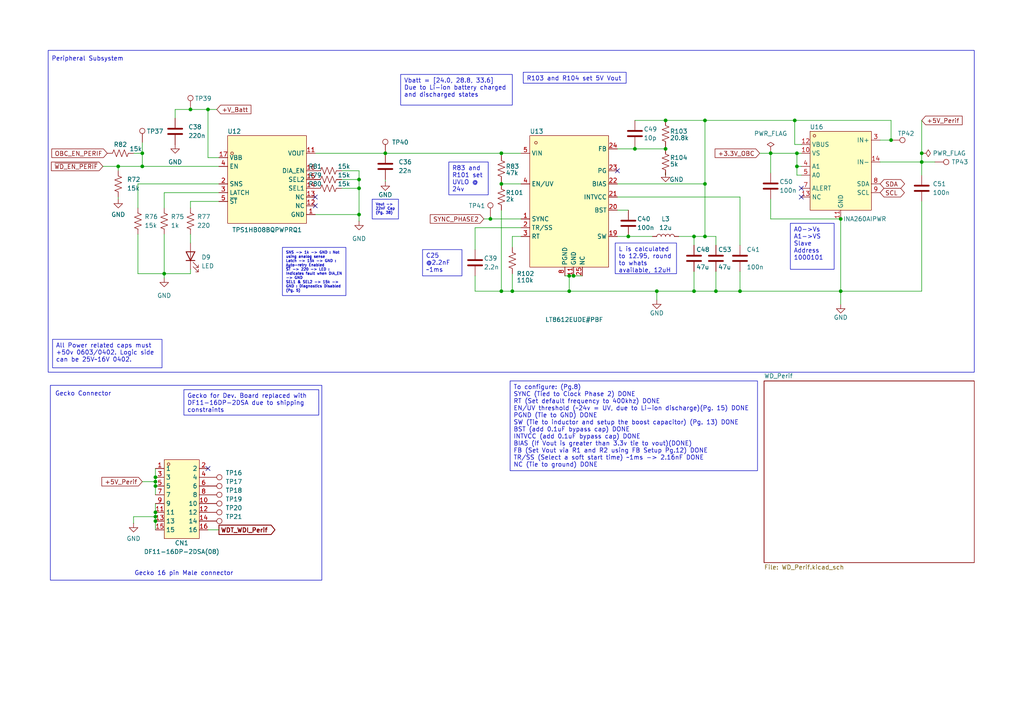
<source format=kicad_sch>
(kicad_sch (version 20250114) (generator "eeschema") (generator_version "9.0")
  (paper "A4")
  (lib_symbols
    (symbol "Connector:TestPoint" (pin_numbers (hide yes)) (pin_names (offset 0.762) (hide yes))
      (property "Reference" "TP" (at 0 6.858 0))
      (property "Value" "TestPoint" (at 0 5.08 0))
      (symbol "TestPoint_0_1"
        (circle (center 0 3.302) (radius 0.762))
      )
      (symbol "TestPoint_1_1"
        (pin passive line (at 0 0 90) (length 2.54) (name "1") (number "1"))
      )
    )
    (symbol "Device:C" (pin_numbers (hide yes)) (pin_names (offset 0.254))
      (property "Reference" "C" (at 0.635 2.54 0))
      (property "Value" "C" (at 0.635 -2.54 0))
      (symbol "C_0_1"
        (polyline (pts (xy -2.032 0.762) (xy 2.032 0.762)) (stroke (width 0.508)))
        (polyline (pts (xy -2.032 -0.762) (xy 2.032 -0.762)) (stroke (width 0.508)))
      )
      (symbol "C_1_1"
        (pin passive line (at 0 3.81 270) (length 2.794) (name "~") (number "1"))
        (pin passive line (at 0 -3.81 90) (length 2.794) (name "~") (number "2"))
      )
    )
    (symbol "Device:L" (pin_numbers (hide yes)) (pin_names (offset 1.016) (hide yes))
      (property "Reference" "L" (at -1.27 0 90))
      (property "Value" "L" (at 1.905 0 90))
      (symbol "L_0_1"
        (arc (start 0 2.54) (mid 0.6323 1.905) (end 0 1.27))
        (arc (start 0 1.27) (mid 0.6323 0.635) (end 0 0))
        (arc (start 0 0) (mid 0.6323 -0.635) (end 0 -1.27))
        (arc (start 0 -1.27) (mid 0.6323 -1.905) (end 0 -2.54))
      )
      (symbol "L_1_1"
        (pin passive line (at 0 3.81 270) (length 1.27) (name "1") (number "1"))
        (pin passive line (at 0 -3.81 90) (length 1.27) (name "2") (number "2"))
      )
    )
    (symbol "Device:LED" (pin_numbers (hide yes)) (pin_names (offset 1.016) (hide yes))
      (property "Reference" "D" (at 0 2.54 0))
      (property "Value" "LED" (at 0 -2.54 0))
      (symbol "LED_0_1"
        (polyline (pts (xy -3.048 -0.762) (xy -4.572 -2.286) (xy -3.81 -2.286) (xy -4.572 -2.286) (xy -4.572 -1.524)))
        (polyline (pts (xy -1.778 -0.762) (xy -3.302 -2.286) (xy -2.54 -2.286) (xy -3.302 -2.286) (xy -3.302 -1.524)))
        (polyline (pts (xy -1.27 0) (xy 1.27 0)))
        (polyline (pts (xy -1.27 -1.27) (xy -1.27 1.27)) (stroke (width 0.254)))
        (polyline (pts (xy 1.27 -1.27) (xy 1.27 1.27) (xy -1.27 0) (xy 1.27 -1.27)) (stroke (width 0.254)))
      )
      (symbol "LED_1_1"
        (pin passive line (at -3.81 0 0) (length 2.54) (name "K") (number "1"))
        (pin passive line (at 3.81 0 180) (length 2.54) (name "A") (number "2"))
      )
    )
    (symbol "Device:R_US" (pin_numbers (hide yes)) (pin_names (offset 0))
      (property "Reference" "R" (at 2.54 0 90))
      (property "Value" "R_US" (at -2.54 0 90))
      (symbol "R_US_0_1"
        (polyline (pts (xy 0 2.286) (xy 0 2.54)))
        (polyline (pts (xy 0 2.286) (xy 1.016 1.905) (xy 0 1.524) (xy -1.016 1.143) (xy 0 0.762)))
        (polyline (pts (xy 0 0.762) (xy 1.016 0.381) (xy 0 0) (xy -1.016 -0.381) (xy 0 -0.762)))
        (polyline (pts (xy 0 -0.762) (xy 1.016 -1.143) (xy 0 -1.524) (xy -1.016 -1.905) (xy 0 -2.286)))
        (polyline (pts (xy 0 -2.286) (xy 0 -2.54)))
      )
      (symbol "R_US_1_1"
        (pin passive line (at 0 3.81 270) (length 1.27) (name "~") (number "1"))
        (pin passive line (at 0 -3.81 90) (length 1.27) (name "~") (number "2"))
      )
    )
    (symbol "EPS:DF11-16DP-2DSA(08)"
      (property "Reference" "CN" (at 0 13.97 0))
      (property "Value" "DF11-16DP-2DSA(08)" (at 0 -13.97 0))
      (symbol "DF11-16DP-2DSA(08)_0_1"
        (rectangle (start -5.08 11.43) (end 5.08 -11.43) (fill (type background)))
        (circle (center -3.81 10.16) (radius 0.38))
        (pin unspecified line (at -7.62 8.89 0) (length 2.54) (name "1") (number "1"))
        (pin unspecified line (at -7.62 6.35 0) (length 2.54) (name "3") (number "3"))
        (pin unspecified line (at -7.62 3.81 0) (length 2.54) (name "5") (number "5"))
        (pin unspecified line (at -7.62 1.27 0) (length 2.54) (name "7") (number "7"))
        (pin unspecified line (at -7.62 -1.27 0) (length 2.54) (name "9") (number "9"))
        (pin unspecified line (at -7.62 -3.81 0) (length 2.54) (name "11") (number "11"))
        (pin unspecified line (at -7.62 -6.35 0) (length 2.54) (name "13") (number "13"))
        (pin unspecified line (at -7.62 -8.89 0) (length 2.54) (name "15") (number "15"))
        (pin unspecified line (at 7.62 8.89 180) (length 2.54) (name "2") (number "2"))
        (pin unspecified line (at 7.62 6.35 180) (length 2.54) (name "4") (number "4"))
        (pin unspecified line (at 7.62 3.81 180) (length 2.54) (name "6") (number "6"))
        (pin unspecified line (at 7.62 1.27 180) (length 2.54) (name "8") (number "8"))
        (pin unspecified line (at 7.62 -1.27 180) (length 2.54) (name "10") (number "10"))
        (pin unspecified line (at 7.62 -3.81 180) (length 2.54) (name "12") (number "12"))
        (pin unspecified line (at 7.62 -6.35 180) (length 2.54) (name "14") (number "14"))
        (pin unspecified line (at 7.62 -8.89 180) (length 2.54) (name "16") (number "16"))
      )
    )
    (symbol "EPS:INA260AIPWR"
      (property "Reference" "U" (at 0 13.97 0))
      (property "Value" "INA260AIPWR" (at 8.128 -12.954 0))
      (symbol "INA260AIPWR_0_1"
        (rectangle (start -8.89 11.43) (end 8.89 -11.43) (fill (type background)))
        (circle (center -7.62 10.16) (radius 0.38))
        (pin unspecified line (at -11.43 7.62 0) (length 2.54) (name "VBUS") (number "12"))
        (pin unspecified line (at -11.43 5.08 0) (length 2.54) (name "VS") (number "10"))
        (pin unspecified line (at -11.43 1.27 0) (length 2.54) (name "A1") (number "4"))
        (pin unspecified line (at -11.43 -1.27 0) (length 2.54) (name "A0") (number "5"))
        (pin unspecified line (at -11.43 -5.08 0) (length 2.54) (name "ALERT") (number "7"))
        (pin unspecified line (at -11.43 -7.62 0) (length 2.54) (name "NC") (number "13"))
        (pin unspecified line (at 0 -13.97 90) (length 2.54) (name "GND") (number "11"))
        (pin unspecified line (at 11.43 8.89 180) (length 2.54) (name "IN+") (number "3"))
        (pin unspecified line (at 11.43 2.54 180) (length 2.54) (name "IN-") (number "14"))
        (pin unspecified line (at 11.43 -3.81 180) (length 2.54) (name "SDA") (number "8"))
        (pin unspecified line (at 11.43 -6.35 180) (length 2.54) (name "SCL") (number "9"))
      )
      (symbol "INA260AIPWR_1_1"
        (pin unspecified line (at 1.27 -13.97 90) (length 2.54) (hide yes) (name "GND") (number "6"))
        (pin unspecified line (at 11.43 6.35 180) (length 2.54) (hide yes) (name "IN+") (number "2"))
        (pin unspecified line (at 11.43 3.81 180) (length 2.54) (hide yes) (name "IN+") (number "1"))
        (pin unspecified line (at 11.43 1.27 180) (length 2.54) (hide yes) (name "IN-") (number "16"))
        (pin unspecified line (at 11.43 -1.27 180) (length 2.54) (hide yes) (name "IN-") (number "15"))
      )
    )
    (symbol "EPS:LT8612EUDE#PBF"
      (property "Reference" "U" (at -1.27 24.13 0))
      (property "Value" "LT8612EUDE#PBF" (at 0 -29.21 0))
      (symbol "LT8612EUDE#PBF_0_1"
        (rectangle (start -11.43 16.51) (end 11.43 -21.59) (fill (type background)))
        (circle (center -9.652 14.478) (radius 0.38))
        (pin unspecified line (at -13.97 11.43 0) (length 2.54) (name "VIN") (number "5"))
        (pin unspecified line (at -13.97 2.54 0) (length 2.54) (name "EN/UV") (number "4"))
        (pin unspecified line (at -13.97 -7.62 0) (length 2.54) (name "SYNC") (number "1"))
        (pin unspecified line (at -13.97 -10.16 0) (length 2.54) (name "TR/SS") (number "2"))
        (pin unspecified line (at -13.97 -12.7 0) (length 2.54) (name "RT") (number "3"))
        (pin unspecified line (at -1.27 -24.13 90) (length 2.54) (name "PGND") (number "8"))
        (pin unspecified line (at 1.27 -24.13 90) (length 2.54) (name "GND") (number "11"))
        (pin unspecified line (at 13.97 12.7 180) (length 2.54) (name "FB") (number "24"))
        (pin unspecified line (at 13.97 6.35 180) (length 2.54) (name "PG") (number "23"))
        (pin unspecified line (at 13.97 2.54 180) (length 2.54) (name "BIAS") (number "22"))
        (pin unspecified line (at 13.97 -1.27 180) (length 2.54) (name "INTVCC") (number "21"))
        (pin unspecified line (at 13.97 -5.08 180) (length 2.54) (name "BST") (number "20"))
        (pin unspecified line (at 13.97 -12.7 180) (length 2.54) (name "SW") (number "19"))
      )
      (symbol "LT8612EUDE#PBF_1_1"
        (pin unspecified line (at -13.97 7.62 0) (length 2.54) (hide yes) (name "VIN") (number "6"))
        (pin unspecified line (at -13.97 5.08 0) (length 2.54) (hide yes) (name "VIN") (number "7"))
        (pin unspecified line (at -13.97 0 0) (length 2.54) (hide yes) (name "PGND") (number "9"))
        (pin unspecified line (at -13.97 -2.54 0) (length 2.54) (hide yes) (name "PGND") (number "10"))
        (pin unspecified line (at -3.81 19.05 270) (length 2.54) (hide yes) (name "NC") (number "28"))
        (pin unspecified line (at -1.27 19.05 270) (length 2.54) (hide yes) (name "NC") (number "27"))
        (pin unspecified line (at -1.27 -24.13 90) (length 2.54) (hide yes) (name "GND") (number "12"))
        (pin unspecified line (at 1.27 19.05 270) (length 2.54) (hide yes) (name "NC") (number "26"))
        (pin unspecified line (at 1.27 -24.13 90) (length 2.54) (hide yes) (name "GND") (number "13"))
        (pin unspecified line (at 3.81 -24.13 90) (length 2.54) (hide yes) (name "GND") (number "14"))
        (pin unspecified line (at 3.81 -24.13 90) (length 2.54) (name "NC") (number "25"))
        (pin unspecified line (at 6.35 -24.13 90) (length 2.54) (hide yes) (name "GND") (number "29"))
        (pin unspecified line (at 13.97 -7.62 180) (length 2.54) (hide yes) (name "SW") (number "18"))
        (pin unspecified line (at 13.97 -10.16 180) (length 2.54) (hide yes) (name "SW") (number "17"))
        (pin unspecified line (at 13.97 -12.7 180) (length 2.54) (hide yes) (name "SW") (number "16"))
        (pin unspecified line (at 13.97 -15.24 180) (length 2.54) (hide yes) (name "SW") (number "15"))
      )
    )
    (symbol "EPS:TPS1HB08BQPWPRQ1"
      (property "Reference" "U" (at 0 15.24 0))
      (property "Value" "TPS1HB08BQPWPRQ1" (at 0 -15.24 0))
      (symbol "TPS1HB08BQPWPRQ1_0_1"
        (rectangle (start -11.43 12.7) (end 11.43 -12.7) (fill (type background)))
        (circle (center -10.16 7.62) (radius 0.38))
        (pin unspecified line (at -13.97 6.35 0) (length 2.54) (name "VBB") (number "17"))
        (pin unspecified line (at -13.97 3.81 0) (length 2.54) (name "EN") (number "4"))
        (pin unspecified line (at -13.97 -1.27 0) (length 2.54) (name "SNS") (number "2"))
        (pin unspecified line (at -13.97 -3.81 0) (length 2.54) (name "LATCH") (number "3"))
        (pin unspecified line (at 13.97 7.62 180) (length 2.54) (name "VOUT") (number "11"))
        (pin unspecified line (at 13.97 2.54 180) (length 2.54) (name "DIA_EN") (number "16"))
        (pin unspecified line (at 13.97 -2.54 180) (length 2.54) (name "SEL1") (number "14"))
        (pin unspecified line (at 13.97 -5.08 180) (length 2.54) (name "NC") (number "13"))
        (pin unspecified line (at 13.97 -7.62 180) (length 2.54) (name "NC") (number "12"))
        (pin unspecified line (at 13.97 -10.16 180) (length 2.54) (name "GND") (number "1"))
      )
      (symbol "TPS1HB08BQPWPRQ1_1_1"
        (pin unspecified line (at -13.97 -5.08 0) (length 2.54) (hide yes) (name "VOUT") (number "6"))
        (pin unspecified line (at -13.97 -6.35 0) (length 2.54) (name "~{ST}") (number "5"))
        (pin unspecified line (at -13.97 -7.62 0) (length 2.54) (hide yes) (name "VOUT") (number "7"))
        (pin unspecified line (at -13.97 -10.16 0) (length 2.54) (hide yes) (name "VOUT") (number "8"))
        (pin unspecified line (at 13.97 0 180) (length 2.54) (name "SEL2") (number "15"))
        (pin unspecified line (at 13.97 -5.08 180) (length 2.54) (hide yes) (name "VOUT") (number "10"))
        (pin unspecified line (at 13.97 -7.62 180) (length 2.54) (hide yes) (name "VOUT") (number "9"))
      )
    )
    (symbol "power:GND" (power) (pin_numbers (hide yes)) (pin_names (offset 0) (hide yes))
      (property "Value" "GND" (at 0 -3.81 0))
      (symbol "GND_0_1"
        (polyline (pts (xy 0 0) (xy 0 -1.27) (xy 1.27 -1.27) (xy 0 -2.54) (xy -1.27 -1.27) (xy 0 -1.27)))
      )
      (symbol "GND_1_1"
        (pin power_in line (at 0 0 270) (length 0) (name "~") (number "1"))
      )
    )
    (symbol "power:PWR_FLAG" (power) (pin_numbers (hide yes)) (pin_names (offset 0) (hide yes))
      (property "Value" "PWR_FLAG" (at 0 3.81 0))
      (symbol "PWR_FLAG_0_0"
        (pin power_out line (at 0 0 90) (length 0) (name "~") (number "1"))
      )
      (symbol "PWR_FLAG_0_1"
        (polyline (pts (xy 0 0) (xy 0 1.27) (xy -1.016 1.905) (xy 0 2.54) (xy 1.016 1.905) (xy 0 1.27)))
      )
    )
  )
  (rectangle (start 14.605 111.76) (end 93.345 168.275))
  (rectangle (start 13.97 14.605) (end 282.575 107.95))
  (text "Gecko 16 pin Male connector" (at 53.34 166.37 0) (effects (font (size 1.27 1.27))))
  (text "Peripheral Subsystem" (at 25.4 17.145 0) (effects (font (size 1.27 1.27))))
  (text "Gecko Connector" (at 24.13 114.3 0) (effects (font (size 1.27 1.27))))
  (text_box "A0->Vs\nA1->VS\nSlave Address\n1000101" (at 229.235 64.77 0) (size 12.7 13.335) (margins 0.9525 0.9525 0.9525 0.9525) (effects (font (size 1.27 1.27)) (justify left top)))
  (text_box "R103 and R104 set 5V Vout" (at 151.765 20.955 0) (size 29.845 3.175) (margins 0.9525 0.9525 0.9525 0.9525) (effects (font (size 1.27 1.27)) (justify left top)))
  (text_box "L is calculated to 12.95, round to whats available, 12uH" (at 178.435 70.485 0) (size 17.78 8.89) (margins 0.9525 0.9525 0.9525 0.9525) (effects (font (size 1.27 1.27)) (justify left top)))
  (text_box "Vbatt = [24.0, 28.8, 33.6] Due to Li-ion battery charged and discharged states" (at 116.205 21.59 0) (size 32.385 8.89) (margins 0.9525 0.9525 0.9525 0.9525) (effects (font (size 1.27 1.27)) (justify left top)))
  (text_box "To configure: (Pg.8)\nSYNC (Tied to Clock Phase 2) DONE\nRT (Set default frequency to 400khz) DONE\nEN/UV threshold (~24v = UV, due to Li-ion discharge)(Pg. 15) DONE\nPGND (Tie to GND) DONE\nSW (Tie to inductor and setup the boost capacitor) (Pg. 13) DONE\nBST (add 0.1uF bypass cap) DONE\nINTVCC (add 0.1uF bypass cap) DONE\nBIAS (If Vout is greater than 3.3v tie to vout)(DONE)\nFB (Set Vout via R1 and R2 using FB Setup Pg.12) DONE\nTR/SS (Select a soft start time) ~1ms -> 2.16nF DONE\nNC (Tie to ground) DONE" (at 147.955 110.49 0) (size 71.755 26.035) (margins 0.9525 0.9525 0.9525 0.9525) (effects (font (size 1.27 1.27)) (justify left top)))
  (text_box "C25 @2.2nF ~1ms" (at 122.555 72.39 0) (size 11.43 7.62) (margins 0.9525 0.9525 0.9525 0.9525) (effects (font (size 1.27 1.27)) (justify left top)))
  (text_box "R83 and R101 set UVLO @ 24v" (at 130.175 46.99 0) (size 11.43 9.525) (margins 0.9525 0.9525 0.9525 0.9525) (effects (font (size 1.27 1.27)) (justify left top)))
  (text_box "Vout -> 22nF Cap\n(Pg. 38)" (at 107.95 57.785 0) (size 7.62 5.715) (margins 0.9525 0.9525 0.9525 0.9525) (effects (font (size 0.762 0.762)) (justify left top)))
  (text_box "SNS -> 1k -> GND : Not using analog sense\nLatch -> 15k -> GND : Auto-retry Enabled\n~{ST} -> 220 -> LED : Indicates fault when DIA_EN -> GND\nSEL1 & SEL2 -> 15k -> GND : Diagnostics Disabled\n(Pg. 5)" (at 81.915 71.755 0) (size 18.415 13.97) (margins 0.9525 0.9525 0.9525 0.9525) (effects (font (size 0.762 0.762)) (justify left top)))
  (text_box "Gecko for Dev. Board replaced with DF11-16DP-2DSA due to shipping constraints" (at 53.34 113.03 0) (size 39.116 7.366) (margins 0.9525 0.9525 0.9525 0.9525) (effects (font (size 1.27 1.27)) (justify left top)))
  (text_box "All Power related caps must +50v 0603/0402. Logic side can be 25V~16V 0402." (at 15.24 98.425 0) (size 31.75 8.255) (margins 0.9525 0.9525 0.9525 0.9525) (effects (font (size 1.27 1.27)) (justify left top)))
  (junction (at 258.445 40.64))
  (junction (at 243.84 84.455))
  (junction (at 214.63 84.455))
  (junction (at 182.245 68.58))
  (junction (at 104.14 52.07))
  (junction (at 45.085 151.13))
  (junction (at 145.415 44.45))
  (junction (at 45.085 138.43))
  (junction (at 190.5 84.455))
  (junction (at 45.085 140.97))
  (junction (at 204.47 53.34))
  (junction (at 207.645 84.455))
  (junction (at 148.59 84.455))
  (junction (at 230.505 34.925))
  (junction (at 243.84 63.5))
  (junction (at 55.245 31.75))
  (junction (at 34.29 48.26))
  (junction (at 45.085 148.59))
  (junction (at 165.1 84.455))
  (junction (at 111.76 44.45))
  (junction (at 104.14 62.23))
  (junction (at 60.325 31.75))
  (junction (at 204.47 68.58))
  (junction (at 267.335 46.99))
  (junction (at 45.085 149.86))
  (junction (at 41.275 48.26))
  (junction (at 193.04 43.18))
  (junction (at 145.415 53.34))
  (junction (at 201.295 84.455))
  (junction (at 104.14 54.61))
  (junction (at 165.1 80.01))
  (junction (at 166.37 80.01))
  (junction (at 41.275 44.45))
  (junction (at 231.14 48.26))
  (junction (at 142.24 63.5))
  (junction (at 45.085 139.7))
  (junction (at 184.15 43.18))
  (junction (at 201.295 68.58))
  (junction (at 145.415 84.455))
  (junction (at 193.04 34.925))
  (junction (at 267.335 44.45))
  (junction (at 204.47 34.925))
  (junction (at 47.625 79.375))
  (junction (at 223.52 44.45))
  (junction (at 231.14 44.45))
  (no_connect (at 60.325 135.89))
  (no_connect (at 232.41 54.61))
  (no_connect (at 232.41 57.15))
  (no_connect (at 179.07 49.53))
  (no_connect (at 91.44 59.69))
  (no_connect (at 91.44 57.15))
  (wire (pts (xy 60.325 31.75) (xy 60.325 45.72)))
  (wire (pts (xy 267.335 34.925) (xy 267.335 44.45)))
  (wire (pts (xy 38.735 149.86) (xy 45.085 149.86)))
  (wire (pts (xy 41.275 44.45) (xy 41.275 48.26)))
  (wire (pts (xy 111.76 44.45) (xy 145.415 44.45)))
  (wire (pts (xy 184.15 34.925) (xy 193.04 34.925)))
  (wire (pts (xy 201.295 68.58) (xy 201.295 71.12)))
  (wire (pts (xy 230.505 34.925) (xy 258.445 34.925)))
  (wire (pts (xy 163.83 80.01) (xy 165.1 80.01)))
  (wire (pts (xy 47.625 79.375) (xy 55.245 79.375)))
  (wire (pts (xy 29.845 48.26) (xy 34.29 48.26)))
  (wire (pts (xy 40.005 53.34) (xy 40.005 60.325)))
  (wire (pts (xy 201.295 84.455) (xy 201.295 78.74)))
  (wire (pts (xy 99.06 49.53) (xy 104.14 49.53)))
  (wire (pts (xy 165.1 80.01) (xy 166.37 80.01)))
  (wire (pts (xy 45.085 148.59) (xy 45.085 149.86)))
  (wire (pts (xy 104.14 62.23) (xy 104.14 64.135)))
  (wire (pts (xy 255.27 46.99) (xy 267.335 46.99)))
  (wire (pts (xy 62.865 31.75) (xy 60.325 31.75)))
  (wire (pts (xy 231.14 48.26) (xy 232.41 48.26)))
  (wire (pts (xy 207.645 78.74) (xy 207.645 84.455)))
  (wire (pts (xy 104.14 54.61) (xy 104.14 62.23)))
  (wire (pts (xy 231.14 50.8) (xy 232.41 50.8)))
  (wire (pts (xy 190.5 84.455) (xy 201.295 84.455)))
  (wire (pts (xy 91.44 62.23) (xy 104.14 62.23)))
  (wire (pts (xy 231.14 48.26) (xy 231.14 50.8)))
  (wire (pts (xy 91.44 44.45) (xy 111.76 44.45)))
  (wire (pts (xy 137.795 84.455) (xy 137.795 80.01)))
  (wire (pts (xy 55.245 58.42) (xy 55.245 60.325)))
  (wire (pts (xy 142.24 63.5) (xy 151.13 63.5)))
  (wire (pts (xy 99.06 52.07) (xy 104.14 52.07)))
  (wire (pts (xy 140.335 63.5) (xy 142.24 63.5)))
  (wire (pts (xy 165.1 80.01) (xy 165.1 84.455)))
  (wire (pts (xy 63.5 58.42) (xy 55.245 58.42)))
  (wire (pts (xy 55.245 67.945) (xy 55.245 70.485)))
  (wire (pts (xy 196.85 68.58) (xy 201.295 68.58)))
  (wire (pts (xy 230.505 34.925) (xy 230.505 41.91)))
  (wire (pts (xy 34.29 48.26) (xy 41.275 48.26)))
  (wire (pts (xy 179.07 68.58) (xy 182.245 68.58)))
  (wire (pts (xy 145.415 44.45) (xy 151.13 44.45)))
  (wire (pts (xy 207.645 68.58) (xy 207.645 71.12)))
  (wire (pts (xy 223.52 57.785) (xy 223.52 63.5)))
  (wire (pts (xy 190.5 84.455) (xy 190.5 86.995)))
  (wire (pts (xy 220.345 44.45) (xy 223.52 44.45)))
  (wire (pts (xy 55.245 31.75) (xy 50.8 31.75)))
  (wire (pts (xy 47.625 55.88) (xy 47.625 60.325)))
  (wire (pts (xy 142.24 62.865) (xy 142.24 63.5)))
  (wire (pts (xy 193.04 50.165) (xy 193.04 50.8)))
  (wire (pts (xy 104.14 49.53) (xy 104.14 52.07)))
  (wire (pts (xy 145.415 44.45) (xy 145.415 45.085)))
  (wire (pts (xy 60.325 153.67) (xy 63.5 153.67)))
  (wire (pts (xy 204.47 53.34) (xy 204.47 68.58)))
  (wire (pts (xy 214.63 84.455) (xy 243.84 84.455)))
  (wire (pts (xy 201.295 68.58) (xy 204.47 68.58)))
  (wire (pts (xy 137.795 84.455) (xy 145.415 84.455)))
  (wire (pts (xy 145.415 53.34) (xy 151.13 53.34)))
  (wire (pts (xy 223.52 63.5) (xy 243.84 63.5)))
  (wire (pts (xy 34.29 57.15) (xy 34.29 57.785)))
  (wire (pts (xy 145.415 52.705) (xy 145.415 53.34)))
  (wire (pts (xy 184.15 43.18) (xy 179.07 43.18)))
  (wire (pts (xy 111.76 52.07) (xy 111.76 52.705)))
  (wire (pts (xy 148.59 71.755) (xy 148.59 68.58)))
  (wire (pts (xy 193.04 42.545) (xy 193.04 43.18)))
  (wire (pts (xy 40.005 79.375) (xy 47.625 79.375)))
  (wire (pts (xy 47.625 55.88) (xy 63.5 55.88)))
  (wire (pts (xy 166.37 80.01) (xy 168.91 80.01)))
  (wire (pts (xy 179.07 60.96) (xy 182.245 60.96)))
  (wire (pts (xy 179.07 57.15) (xy 214.63 57.15)))
  (wire (pts (xy 204.47 34.925) (xy 204.47 53.34)))
  (wire (pts (xy 243.84 63.5) (xy 243.84 84.455)))
  (wire (pts (xy 104.14 54.61) (xy 99.06 54.61)))
  (wire (pts (xy 45.085 149.86) (xy 45.085 151.13)))
  (wire (pts (xy 137.795 72.39) (xy 137.795 66.04)))
  (wire (pts (xy 267.335 84.455) (xy 267.335 58.42)))
  (wire (pts (xy 41.275 139.7) (xy 45.085 139.7)))
  (wire (pts (xy 55.245 79.375) (xy 55.245 78.105)))
  (wire (pts (xy 165.1 84.455) (xy 190.5 84.455)))
  (wire (pts (xy 230.505 41.91) (xy 232.41 41.91)))
  (wire (pts (xy 63.5 48.26) (xy 41.275 48.26)))
  (wire (pts (xy 145.415 84.455) (xy 148.59 84.455)))
  (wire (pts (xy 243.84 84.455) (xy 243.84 88.265)))
  (wire (pts (xy 45.085 146.05) (xy 45.085 148.59)))
  (wire (pts (xy 204.47 34.925) (xy 230.505 34.925)))
  (wire (pts (xy 38.735 44.45) (xy 41.275 44.45)))
  (wire (pts (xy 231.14 44.45) (xy 232.41 44.45)))
  (wire (pts (xy 60.325 31.75) (xy 55.245 31.75)))
  (wire (pts (xy 184.15 42.545) (xy 184.15 43.18)))
  (wire (pts (xy 47.625 79.375) (xy 47.625 80.645)))
  (wire (pts (xy 193.04 34.925) (xy 204.47 34.925)))
  (wire (pts (xy 104.14 52.07) (xy 104.14 54.61)))
  (wire (pts (xy 45.085 138.43) (xy 45.085 139.7)))
  (wire (pts (xy 40.005 53.34) (xy 63.5 53.34)))
  (wire (pts (xy 148.59 68.58) (xy 151.13 68.58)))
  (wire (pts (xy 179.07 53.34) (xy 204.47 53.34)))
  (wire (pts (xy 182.245 68.58) (xy 189.23 68.58)))
  (wire (pts (xy 258.445 34.925) (xy 258.445 40.64)))
  (wire (pts (xy 45.085 139.7) (xy 45.085 140.97)))
  (wire (pts (xy 184.15 43.18) (xy 193.04 43.18)))
  (wire (pts (xy 223.52 50.165) (xy 223.52 44.45)))
  (wire (pts (xy 60.325 45.72) (xy 63.5 45.72)))
  (wire (pts (xy 47.625 67.945) (xy 47.625 79.375)))
  (wire (pts (xy 137.795 66.04) (xy 151.13 66.04)))
  (wire (pts (xy 45.085 151.13) (xy 45.085 153.67)))
  (wire (pts (xy 223.52 43.815) (xy 223.52 44.45)))
  (wire (pts (xy 207.645 84.455) (xy 214.63 84.455)))
  (wire (pts (xy 145.415 60.96) (xy 145.415 84.455)))
  (wire (pts (xy 38.735 151.765) (xy 38.735 149.86)))
  (wire (pts (xy 45.085 140.97) (xy 45.085 143.51)))
  (wire (pts (xy 267.335 46.99) (xy 267.335 50.8)))
  (wire (pts (xy 50.8 31.75) (xy 50.8 34.29)))
  (wire (pts (xy 40.005 67.945) (xy 40.005 79.375)))
  (wire (pts (xy 267.335 46.99) (xy 271.145 46.99)))
  (wire (pts (xy 231.14 44.45) (xy 231.14 48.26)))
  (wire (pts (xy 41.275 41.275) (xy 41.275 44.45)))
  (wire (pts (xy 45.085 135.89) (xy 45.085 138.43)))
  (wire (pts (xy 204.47 68.58) (xy 207.645 68.58)))
  (wire (pts (xy 201.295 84.455) (xy 207.645 84.455)))
  (wire (pts (xy 148.59 79.375) (xy 148.59 84.455)))
  (wire (pts (xy 34.29 49.53) (xy 34.29 48.26)))
  (wire (pts (xy 267.335 44.45) (xy 267.335 46.99)))
  (wire (pts (xy 223.52 44.45) (xy 231.14 44.45)))
  (wire (pts (xy 214.63 84.455) (xy 214.63 78.74)))
  (wire (pts (xy 258.445 40.64) (xy 255.27 40.64)))
  (wire (pts (xy 243.84 84.455) (xy 267.335 84.455)))
  (wire (pts (xy 214.63 57.15) (xy 214.63 71.12)))
  (wire (pts (xy 165.1 84.455) (xy 148.59 84.455)))
  (global_label "WDT_WDI_Perif" (shape output) (at 63.5 153.67 0) (effects (font (thickness 0.254) (bold yes))) (property "Intersheetrefs" "${INTERSHEET_REFS}" (effects (hide yes))))
  (global_label "+3.3V_OBC" (shape input) (at 220.345 44.45 180) (property "Intersheetrefs" "${INTERSHEET_REFS}" (effects (hide yes))))
  (global_label "+5V_Perif" (shape input) (at 267.335 34.925 0) (property "Intersheetrefs" "${INTERSHEET_REFS}" (effects (hide yes))))
  (global_label "SCL" (shape bidirectional) (at 255.27 55.88 0) (property "Intersheetrefs" "${INTERSHEET_REFS}" (effects (hide yes))))
  (global_label "~{WD_EN_PERIF}" (shape input) (at 29.845 48.26 180) (property "Intersheetrefs" "${INTERSHEET_REFS}" (effects (hide yes))))
  (global_label "SYNC_PHASE2" (shape input) (at 140.335 63.5 180) (property "Intersheetrefs" "${INTERSHEET_REFS}" (effects (hide yes))))
  (global_label "OBC_EN_PERIF" (shape input) (at 31.115 44.45 180) (property "Intersheetrefs" "${INTERSHEET_REFS}" (effects (hide yes))))
  (global_label "SDA" (shape bidirectional) (at 255.27 53.34 0) (property "Intersheetrefs" "${INTERSHEET_REFS}" (effects (hide yes))))
  (global_label "+V_Batt" (shape input) (at 62.865 31.75 0) (property "Intersheetrefs" "${INTERSHEET_REFS}" (effects (hide yes))))
  (global_label "+5V_Perif" (shape input) (at 41.275 139.7 180) (property "Intersheetrefs" "${INTERSHEET_REFS}" (effects (hide yes))))
  (symbol (lib_id "Device:C") (at 214.63 74.93 0) (unit 1)
    (property "Reference" "C41" (at 216.535 72.39 0) (effects (justify left)))
    (property "Value" "100n" (at 216.535 77.47 0) (effects (justify left)))
    (property "Footprint" "EPS:C0402" (effects (hide yes)))
    (property "Description" "Unpolarized capacitor" (effects (hide yes)))
  )
  (symbol (lib_id "Connector:TestPoint") (at 271.145 46.99 270) (unit 1)
    (property "Reference" "TP43" (at 275.971 46.99 90) (effects (justify left)))
    (property "Value" "TestPoint" (effects (hide yes)))
    (property "Footprint" "TestPoint:TestPoint_Pad_1.0x1.0mm" (effects (hide yes)))
    (property "Description" "test point" (effects (hide yes)))
  )
  (symbol (lib_id "Device:C") (at 201.295 74.93 0) (unit 1)
    (property "Reference" "C48" (at 201.93 72.39 0) (effects (justify left)))
    (property "Value" "47u" (at 201.93 77.47 0) (effects (justify left)))
    (property "Footprint" "EPS:CAP-SMD_L7.3-W4.3-FD" (effects (hide yes)))
    (property "Description" "Unpolarized capacitor" (effects (hide yes)))
  )
  (symbol (lib_id "Device:R_US") (at 145.415 57.15 0) (unit 1)
    (property "Reference" "R101" (at 146.685 55.88 0) (effects (justify left)))
    (property "Value" "2k" (at 146.685 57.785 0) (effects (justify left)))
    (property "Footprint" "EPS:R0402" (effects (hide yes)))
    (property "Description" "Resistor, US symbol" (effects (hide yes)))
  )
  (symbol (lib_id "Device:R_US") (at 95.25 54.61 90) (unit 1)
    (property "Reference" "R80" (at 93.345 53.34 90) (effects (justify left)))
    (property "Value" "15k" (at 101.6 53.34 90) (effects (justify left)))
    (property "Footprint" "EPS:R0402" (effects (hide yes)))
    (property "Description" "Resistor, US symbol" (effects (hide yes)))
  )
  (symbol (lib_id "Device:C") (at 267.335 54.61 0) (unit 1)
    (property "Reference" "C51" (at 270.51 53.3399 0) (effects (justify left)))
    (property "Value" "100n" (at 270.51 55.8799 0) (effects (justify left)))
    (property "Footprint" "EPS:C0402" (effects (hide yes)))
    (property "Description" "Unpolarized capacitor" (effects (hide yes)))
  )
  (symbol (lib_id "power:GND") (at 111.76 52.705 0) (unit 1)
    (property "Reference" "#PWR060" (effects (hide yes)))
    (property "Value" "GND" (at 111.76 56.515 0))
    (property "Description" "Power symbol creates a global label with name \"GND\" , ground" (effects (hide yes)))
  )
  (symbol (lib_id "power:GND") (at 104.14 64.135 0) (unit 1)
    (property "Reference" "#PWR061" (effects (hide yes)))
    (property "Value" "GND" (at 104.14 69.215 0))
    (property "Description" "Power symbol creates a global label with name \"GND\" , ground" (effects (hide yes)))
  )
  (symbol (lib_id "power:GND") (at 243.84 88.265 0) (unit 1)
    (property "Reference" "#PWR064" (effects (hide yes)))
    (property "Value" "GND" (at 243.84 92.075 0))
    (property "Description" "Power symbol creates a global label with name \"GND\" , ground" (effects (hide yes)))
  )
  (symbol (lib_id "Device:C") (at 50.8 38.1 0) (unit 1)
    (property "Reference" "C38" (at 54.61 36.8299 0) (effects (justify left)))
    (property "Value" "220n" (at 54.61 39.3699 0) (effects (justify left)))
    (property "Footprint" "EPS:C0402" (effects (hide yes)))
    (property "Description" "Unpolarized capacitor" (effects (hide yes)))
  )
  (symbol (lib_id "Device:C") (at 184.15 38.735 0) (unit 1)
    (property "Reference" "C49" (at 186.69 37.465 0) (effects (justify left)))
    (property "Value" "10p" (at 186.69 40.005 0) (effects (justify left)))
    (property "Footprint" "EPS:C0402" (effects (hide yes)))
    (property "Description" "Unpolarized capacitor" (effects (hide yes)))
  )
  (symbol (lib_id "Connector:TestPoint") (at 55.245 31.75 0) (unit 1)
    (property "Reference" "TP39" (at 56.515 28.575 0) (effects (justify left)))
    (property "Value" "TestPoint" (effects (hide yes)))
    (property "Footprint" "TestPoint:TestPoint_Pad_1.0x1.0mm" (effects (hide yes)))
    (property "Description" "test point" (effects (hide yes)))
  )
  (symbol (lib_id "Device:C") (at 137.795 76.2 0) (unit 1)
    (property "Reference" "C39" (at 140.335 74.93 0) (effects (justify left)))
    (property "Value" "2.2n" (at 140.335 77.47 0) (effects (justify left)))
    (property "Footprint" "EPS:C0402" (effects (hide yes)))
    (property "Description" "Unpolarized capacitor" (effects (hide yes)))
  )
  (symbol (lib_id "Connector:TestPoint") (at 41.275 41.275 0) (unit 1)
    (property "Reference" "TP37" (at 42.545 38.1 0) (effects (justify left)))
    (property "Value" "TestPoint" (effects (hide yes)))
    (property "Footprint" "TestPoint:TestPoint_Pad_1.0x1.0mm" (effects (hide yes)))
    (property "Description" "test point" (effects (hide yes)))
  )
  (symbol (lib_id "EPS:LT8612EUDE#PBF") (at 165.1 55.88 0) (unit 1)
    (property "Reference" "U13" (at 153.67 38.1 0) (effects (justify left)))
    (property "Value" "LT8612EUDE#PBF" (at 158.115 92.71 0) (effects (justify left)))
    (property "Footprint" "EPS:QFN-28_L6.0-W3.0-P0.50-BL-EP" (effects (hide yes)))
    (property "Datasheet" "https://jlcpcb.com/api/file/downloadByFileSystemAccessId/8589836477510287360" (effects (hide yes)))
    (property "Description" "42V, 6A, Step Down Regulator" (effects (hide yes)))
    (property "LCSC Part" "C580312" (effects (hide yes)))
  )
  (symbol (lib_id "Connector:TestPoint") (at 258.445 40.64 270) (unit 1)
    (property "Reference" "TP42" (at 260.35 38.735 90) (effects (justify left)))
    (property "Value" "TestPoint" (effects (hide yes)))
    (property "Footprint" "TestPoint:TestPoint_Pad_1.0x1.0mm" (effects (hide yes)))
    (property "Description" "test point" (effects (hide yes)))
  )
  (symbol (lib_id "power:GND") (at 34.29 57.785 0) (unit 1)
    (property "Reference" "#PWR019" (effects (hide yes)))
    (property "Value" "GND" (at 34.29 62.23 0))
    (property "Description" "Power symbol creates a global label with name \"GND\" , ground" (effects (hide yes)))
  )
  (symbol (lib_id "Connector:TestPoint") (at 60.325 143.51 270) (unit 1)
    (property "Reference" "TP18" (at 65.405 142.2399 90) (effects (justify left)))
    (property "Value" "TestPoint" (effects (hide yes)))
    (property "Footprint" "TestPoint:TestPoint_Pad_1.0x1.0mm" (effects (hide yes)))
    (property "Description" "test point" (effects (hide yes)))
  )
  (symbol (lib_id "Device:R_US") (at 34.29 53.34 0) (unit 1)
    (property "Reference" "R72" (at 36.83 52.0699 0) (effects (justify left)))
    (property "Value" "15k" (at 36.83 54.6099 0) (effects (justify left)))
    (property "Footprint" "EPS:R0402" (effects (hide yes)))
    (property "Description" "Resistor, US symbol" (effects (hide yes)))
  )
  (symbol (lib_id "power:GND") (at 50.8 41.91 0) (unit 1)
    (property "Reference" "#PWR059" (effects (hide yes)))
    (property "Value" "GND" (at 50.8 46.99 0))
    (property "Description" "Power symbol creates a global label with name \"GND\" , ground" (effects (hide yes)))
  )
  (symbol (lib_id "Device:R_US") (at 193.04 38.735 0) (unit 1)
    (property "Reference" "R103" (at 194.31 38.1 0) (effects (justify left)))
    (property "Value" "20.8k" (at 194.31 40.005 0) (effects (justify left)))
    (property "Footprint" "EPS:R0402" (effects (hide yes)))
    (property "Description" "Resistor, US symbol" (effects (hide yes)))
  )
  (symbol (lib_id "Device:R_US") (at 193.04 46.99 0) (unit 1)
    (property "Reference" "R104" (at 194.31 45.72 0) (effects (justify left)))
    (property "Value" "5k" (at 194.31 47.625 0) (effects (justify left)))
    (property "Footprint" "EPS:R0402" (effects (hide yes)))
    (property "Description" "Resistor, US symbol" (effects (hide yes)))
  )
  (symbol (lib_id "Device:C") (at 111.76 48.26 0) (unit 1)
    (property "Reference" "C36" (at 115.57 46.9899 0) (effects (justify left)))
    (property "Value" "22n" (at 115.57 49.5299 0) (effects (justify left)))
    (property "Footprint" "EPS:C0402" (effects (hide yes)))
    (property "Description" "Unpolarized capacitor" (effects (hide yes)))
  )
  (symbol (lib_id "Device:LED") (at 55.245 74.295 90) (unit 1)
    (property "Reference" "D9" (at 58.42 74.6124 90) (effects (justify right)))
    (property "Value" "LED" (at 58.42 77.1524 90) (effects (justify right)))
    (property "Footprint" "EPS:LED0603-RD_RED" (effects (hide yes)))
    (property "Description" "Light emitting diode" (effects (hide yes)))
    (property "Sim.Pins" "1=K 2=A" (effects (hide yes)))
  )
  (symbol (lib_id "EPS:TPS1HB08BQPWPRQ1") (at 77.47 52.07 0) (unit 1)
    (property "Reference" "U12" (at 67.945 38.1 0))
    (property "Value" "TPS1HB08BQPWPRQ1" (at 77.47 66.675 0))
    (property "Footprint" "EPS:HTSSOP-16_L5.0-W4.4-P0.65-LS6.4-TL-EP2.9" (effects (hide yes)))
    (property "Datasheet" "https://www.ti.com/lit/ds/symlink/tps1ha08-q1.pdf?ts=1748448912035&ref_url=https%253A%252F%252Fwww.ti.com%252Fproduct%252FTPS1HA08-Q1" (effects (hide yes)))
    (property "Description" "40-V, 8-mΩ Single-Channel Smart High-Side Switch" (effects (hide yes)))
    (property "LCSC Part" "C3230075" (effects (hide yes)))
  )
  (symbol (lib_id "Device:R_US") (at 47.625 64.135 0) (unit 1)
    (property "Reference" "R75" (at 49.53 62.8649 0) (effects (justify left)))
    (property "Value" "1k" (at 49.53 65.4049 0) (effects (justify left)))
    (property "Footprint" "EPS:R0402" (effects (hide yes)))
    (property "Description" "Resistor, US symbol" (effects (hide yes)))
  )
  (symbol (lib_id "Device:C") (at 207.645 74.93 0) (unit 1)
    (property "Reference" "C53" (at 208.28 72.39 0) (effects (justify left)))
    (property "Value" "47u" (at 208.28 77.47 0) (effects (justify left)))
    (property "Footprint" "EPS:CAP-SMD_L7.3-W4.3-FD" (effects (hide yes)))
    (property "Description" "Unpolarized capacitor" (effects (hide yes)))
  )
  (symbol (lib_id "Connector:TestPoint") (at 111.76 44.45 0) (unit 1)
    (property "Reference" "TP40" (at 113.665 41.275 0) (effects (justify left)))
    (property "Value" "TestPoint" (effects (hide yes)))
    (property "Footprint" "TestPoint:TestPoint_Pad_1.0x1.0mm" (effects (hide yes)))
    (property "Description" "test point" (effects (hide yes)))
  )
  (symbol (lib_id "power:PWR_FLAG") (at 223.52 43.815 0) (unit 1)
    (property "Reference" "#FLG07" (effects (hide yes)))
    (property "Value" "PWR_FLAG" (at 223.52 38.735 0))
    (property "Description" "Special symbol for telling ERC where power comes from" (effects (hide yes)))
  )
  (symbol (lib_id "Device:R_US") (at 34.925 44.45 90) (unit 1)
    (property "Reference" "R82" (at 34.925 41.91 90))
    (property "Value" "15k" (at 39.37 43.18 90))
    (property "Footprint" "EPS:R0402" (effects (hide yes)))
    (property "Description" "Resistor, US symbol" (effects (hide yes)))
  )
  (symbol (lib_id "EPS:INA260AIPWR") (at 243.84 49.53 0) (unit 1)
    (property "Reference" "U16" (at 236.855 36.83 0))
    (property "Value" "INA260AIPWR" (at 250.825 63.5 0))
    (property "Footprint" "EPS:TSSOP-16_L5.0-W4.4-P0.65-LS6.4-BL-1" (effects (hide yes)))
    (property "Datasheet" "https://www.ti.com/lit/ds/symlink/ina260.pdf?ts=1748375218606&ref_url=https%253A%252F%252Fwww.google.com%252F" (effects (hide yes)))
    (property "Description" "Precision Digital Current and Power Monitor With Low-Drift, Precision Integrated Shunt" (effects (hide yes)))
    (property "LCSC Part" "C2155885" (effects (hide yes)))
  )
  (symbol (lib_id "EPS:DF11-16DP-2DSA(08)") (at 52.705 144.78 0) (unit 1)
    (property "Reference" "CN1" (at 52.705 157.48 0))
    (property "Value" "DF11-16DP-2DSA(08)" (at 52.705 160.02 0))
    (property "Footprint" "EPS:CONN-TH_DF11-16DP-2DSA-08" (effects (hide yes)))
    (property "Datasheet" "https://lcsc.com/product-detail/Wire-To-Board-Wire-To-Wire-Connector_HRS-Hirose-HRS-DF11-16DP-2DSA-08_C530981.html" (effects (hide yes)))
    (property "Description" "Hirose 2x8 Connector, Drop in replacement for Gecko" (effects (hide yes)))
    (property "LCSC Part" "C530981" (effects (hide yes)))
  )
  (symbol (lib_id "power:GND") (at 38.735 151.765 0) (unit 1)
    (property "Reference" "#PWR056" (effects (hide yes)))
    (property "Value" "GND" (at 38.735 156.21 0))
    (property "Description" "Power symbol creates a global label with name \"GND\" , ground" (effects (hide yes)))
  )
  (symbol (lib_id "power:GND") (at 193.04 50.165 0) (unit 1)
    (property "Reference" "#PWR068" (effects (hide yes)))
    (property "Value" "GND" (at 196.215 52.07 0))
    (property "Description" "Power symbol creates a global label with name \"GND\" , ground" (effects (hide yes)))
  )
  (symbol (lib_id "Device:C") (at 182.245 64.77 0) (unit 1)
    (property "Reference" "C40" (at 184.785 63.5 0) (effects (justify left)))
    (property "Value" "100n" (at 184.785 66.04 0) (effects (justify left)))
    (property "Footprint" "EPS:C0402" (effects (hide yes)))
    (property "Description" "Unpolarized capacitor" (effects (hide yes)))
  )
  (symbol (lib_id "Connector:TestPoint") (at 142.24 62.865 0) (unit 1)
    (property "Reference" "TP41" (at 135.89 59.69 0) (effects (justify left)))
    (property "Value" "TestPoint" (effects (hide yes)))
    (property "Footprint" "TestPoint:TestPoint_Pad_1.0x1.0mm" (effects (hide yes)))
    (property "Description" "test point" (effects (hide yes)))
  )
  (symbol (lib_id "Connector:TestPoint") (at 60.325 146.05 270) (unit 1)
    (property "Reference" "TP19" (at 65.405 144.7799 90) (effects (justify left)))
    (property "Value" "TestPoint" (effects (hide yes)))
    (property "Footprint" "TestPoint:TestPoint_Pad_1.0x1.0mm" (effects (hide yes)))
    (property "Description" "test point" (effects (hide yes)))
  )
  (symbol (lib_id "Connector:TestPoint") (at 60.325 140.97 270) (unit 1)
    (property "Reference" "TP17" (at 65.405 139.6999 90) (effects (justify left)))
    (property "Value" "TestPoint" (effects (hide yes)))
    (property "Footprint" "TestPoint:TestPoint_Pad_1.0x1.0mm" (effects (hide yes)))
    (property "Description" "test point" (effects (hide yes)))
  )
  (symbol (lib_id "power:GND") (at 47.625 80.645 0) (unit 1)
    (property "Reference" "#PWR058" (effects (hide yes)))
    (property "Value" "GND" (at 47.625 85.725 0))
    (property "Description" "Power symbol creates a global label with name \"GND\" , ground" (effects (hide yes)))
  )
  (symbol (lib_id "Device:R_US") (at 40.005 64.135 0) (unit 1)
    (property "Reference" "R76" (at 41.91 62.865 0) (effects (justify left)))
    (property "Value" "15k" (at 41.91 65.405 0) (effects (justify left)))
    (property "Footprint" "EPS:R0402" (effects (hide yes)))
    (property "Description" "Resistor, US symbol" (effects (hide yes)))
  )
  (symbol (lib_id "Device:R_US") (at 55.245 64.135 0) (unit 1)
    (property "Reference" "R77" (at 57.15 62.8649 0) (effects (justify left)))
    (property "Value" "220" (at 57.15 65.4049 0) (effects (justify left)))
    (property "Footprint" "EPS:R0402" (effects (hide yes)))
    (property "Description" "Resistor, US symbol" (effects (hide yes)))
  )
  (symbol (lib_id "Device:R_US") (at 95.25 49.53 90) (unit 1)
    (property "Reference" "R81" (at 93.345 48.26 90) (effects (justify left)))
    (property "Value" "15k" (at 101.6 48.26 90) (effects (justify left)))
    (property "Footprint" "EPS:R0402" (effects (hide yes)))
    (property "Description" "Resistor, US symbol" (effects (hide yes)))
  )
  (symbol (lib_id "Connector:TestPoint") (at 60.325 148.59 270) (unit 1)
    (property "Reference" "TP20" (at 65.405 147.3199 90) (effects (justify left)))
    (property "Value" "TestPoint" (effects (hide yes)))
    (property "Footprint" "TestPoint:TestPoint_Pad_1.0x1.0mm" (effects (hide yes)))
    (property "Description" "test point" (effects (hide yes)))
  )
  (symbol (lib_id "power:GND") (at 190.5 86.995 0) (unit 1)
    (property "Reference" "#PWR063" (effects (hide yes)))
    (property "Value" "GND" (at 190.5 90.805 0))
    (property "Description" "Power symbol creates a global label with name \"GND\" , ground" (effects (hide yes)))
  )
  (symbol (lib_id "Device:R_US") (at 145.415 48.895 0) (unit 1)
    (property "Reference" "R83" (at 146.685 48.26 0) (effects (justify left)))
    (property "Value" "47k" (at 146.685 50.165 0) (effects (justify left)))
    (property "Footprint" "EPS:R0402" (effects (hide yes)))
    (property "Description" "Resistor, US symbol" (effects (hide yes)))
  )
  (symbol (lib_id "power:PWR_FLAG") (at 267.335 44.45 270) (unit 1)
    (property "Reference" "#FLG04" (effects (hide yes)))
    (property "Value" "PWR_FLAG" (at 270.51 44.4499 90) (effects (justify left)))
    (property "Description" "Special symbol for telling ERC where power comes from" (effects (hide yes)))
  )
  (symbol (lib_id "Device:R_US") (at 95.25 52.07 90) (unit 1)
    (property "Reference" "R79" (at 93.345 50.8 90) (effects (justify left)))
    (property "Value" "15k" (at 101.6 50.8 90) (effects (justify left)))
    (property "Footprint" "EPS:R0402" (effects (hide yes)))
    (property "Description" "Resistor, US symbol" (effects (hide yes)))
  )
  (symbol (lib_id "Device:L") (at 193.04 68.58 90) (unit 1)
    (property "Reference" "L3" (at 193.04 63.5 90))
    (property "Value" "12u" (at 193.04 66.04 90))
    (property "Footprint" "EPS:IND-SMD_L13.5-W12.6" (effects (hide yes)))
    (property "Description" "Inductor" (effects (hide yes)))
    (property "LCSC" "C5339468" (effects (hide yes)))
  )
  (symbol (lib_id "Device:R_US") (at 148.59 75.565 0) (unit 1)
    (property "Reference" "R102" (at 149.86 79.375 0) (effects (justify left)))
    (property "Value" "110k" (at 149.86 81.28 0) (effects (justify left)))
    (property "Footprint" "EPS:R0402" (effects (hide yes)))
    (property "Description" "Resistor, US symbol" (effects (hide yes)))
  )
  (symbol (lib_id "Device:C") (at 223.52 53.975 0) (unit 1)
    (property "Reference" "C50" (at 226.06 52.705 0) (effects (justify left)))
    (property "Value" "100n" (at 226.06 55.245 0) (effects (justify left)))
    (property "Footprint" "EPS:C0402" (effects (hide yes)))
    (property "Description" "Unpolarized capacitor" (effects (hide yes)))
  )
  (symbol (lib_id "Connector:TestPoint") (at 60.325 138.43 270) (unit 1)
    (property "Reference" "TP16" (at 65.405 137.1599 90) (effects (justify left)))
    (property "Value" "TestPoint" (effects (hide yes)))
    (property "Footprint" "TestPoint:TestPoint_Pad_1.0x1.0mm" (effects (hide yes)))
    (property "Description" "test point" (effects (hide yes)))
  )
  (symbol (lib_id "Connector:TestPoint") (at 60.325 151.13 270) (unit 1)
    (property "Reference" "TP21" (at 65.405 149.8599 90) (effects (justify left)))
    (property "Value" "TestPoint" (effects (hide yes)))
    (property "Footprint" "TestPoint:TestPoint_Pad_1.0x1.0mm" (effects (hide yes)))
    (property "Description" "test point" (effects (hide yes)))
  )
  (sheet (at 221.615 110.49) (size 60.96 52.705) (stroke (width 0.1524))
    (property "Sheetname" "WD_Perif" (at 221.615 109.7784 0) (effects (justify left bottom)))
    (property "Sheetfile" "WD_Perif.kicad_sch" (at 221.615 163.7796 0) (effects (justify left top)))
  )
)
</source>
